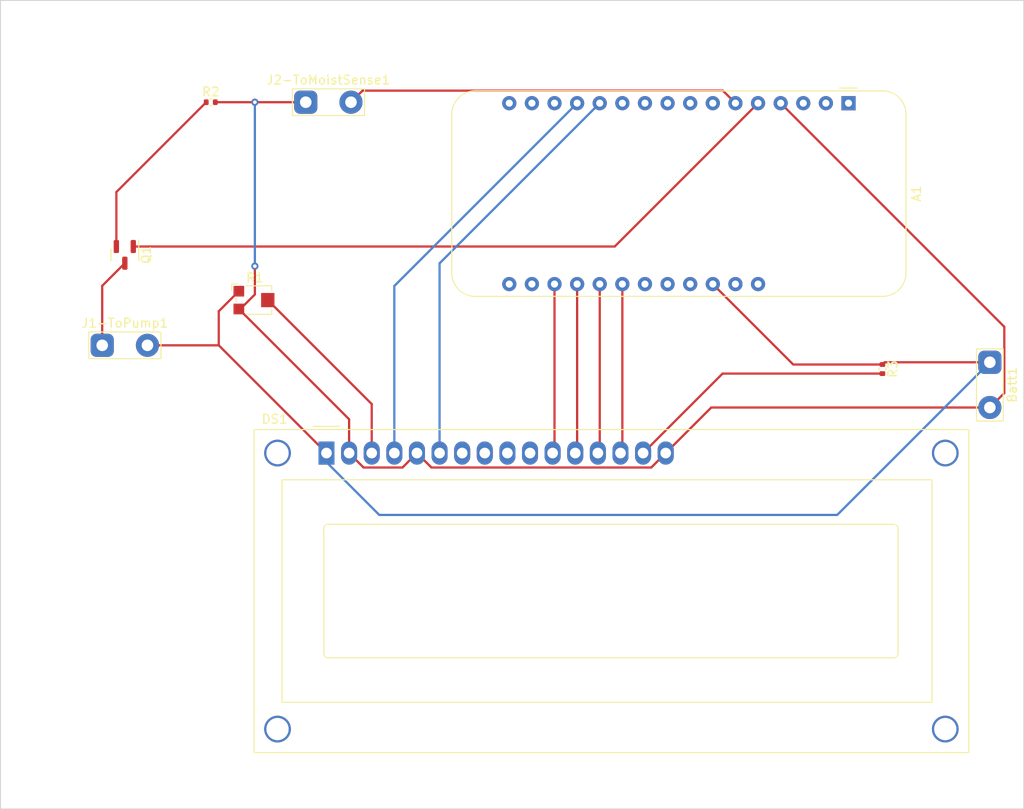
<source format=kicad_pcb>
(kicad_pcb (version 20211014) (generator pcbnew)
  (layers (0 "F.Cu" signal) (31 "B.Cu" signal) (34 "B.Paste" user) (35 "F.Paste" user) (36 "B.SilkS" user "B.Silkscreen") (37 "F.SilkS" user "F.Silkscreen") (38 "B.Mask" user) (39 "F.Mask" user) (44 "Edge.Cuts" user))
  (net 0 "")
  (net 4 "GND")
  (net 5 "Net-(A1-Pad6)")
  (net 14 "Net-(A1-Pad5)")
  (net 15 "Net-(A1-Pad19)")
  (net 16 "Net-(A1-Pad20)")
  (net 17 "Net-(A1-Pad21)")
  (net 23 "Net-(DS1-Pad3)")
  (net 28 "Net-(DS1-Pad15)")
  (net 29 "Net-(J1-ToPump1-Pad1)")
  (net 30 "Net-(Q1-Pad2)")
  (net 31 "Net-(A1-Pad12)")
  (net 32 "Net-(A1-Pad13)")
  (net 35 "Net-(A1-Pad22)")
  (net 36 "Net-(A1-Pad26)")
  (footprint "TestPoint:TestPoint_2Pads_Pitch5.08mm_Drill1.3mm" (layer "F.Cu") (at 153.67 61.595)
    (fp_text reference "J2-ToMoistSense1" (at 2.54 -2.5) (layer "F.SilkS"))
    (fp_text value "Conn_01x02_Female")
    (fp_line (start -1.5 -1.5) (end -1.5 1.5) (layer "F.SilkS") (width 0.12))
    (fp_line (start 6.6 1.5) (end 6.6 -1.5) (layer "F.SilkS") (width 0.12))
    (fp_line (start -1.5 -1.5) (end 6.6 -1.5) (layer "F.SilkS") (width 0.12))
    (fp_line (start 6.6 1.5) (end -1.5 1.5) (layer "F.SilkS") (width 0.12))
    (pad "1" thru_hole roundrect (at 0 0) (size 2.6 2.6) (drill 1.3) (layers *.Cu *.Mask) (net 4 "GND"))
    (pad "2" thru_hole circle (at 5.08 0) (size 2.6 2.6) (drill 1.3) (layers *.Cu *.Mask) (net 5 "Net-(A1-Pad6)"))
  )
  (footprint "TestPoint:TestPoint_2Pads_Pitch5.08mm_Drill1.3mm" (layer "F.Cu") (at 230.505 90.805 -90)
    (fp_text reference "Batt1" (at 2.54 -2.5 90) (layer "F.SilkS"))
    (fp_text value "4.5 V Battery")
    (fp_line (start 6.6 1.5) (end -1.5 1.5) (layer "F.SilkS") (width 0.12))
    (fp_line (start -1.5 -1.5) (end -1.5 1.5) (layer "F.SilkS") (width 0.12))
    (fp_line (start -1.5 -1.5) (end 6.6 -1.5) (layer "F.SilkS") (width 0.12))
    (fp_line (start 6.6 1.5) (end 6.6 -1.5) (layer "F.SilkS") (width 0.12))
    (pad "1" thru_hole roundrect (at 0 0 270) (size 2.6 2.6) (drill 1.3) (layers *.Cu *.Mask) (net 36 "Net-(A1-Pad26)"))
    (pad "2" thru_hole circle (at 5.08 0 270) (size 2.6 2.6) (drill 1.3) (layers *.Cu *.Mask) (net 4 "GND"))
  )
  (footprint "Resistor_SMD:R_0402_1005Metric" (layer "F.Cu") (at 218.44 91.565 -90)
    (fp_text reference "R3" (at 0 -1.17 90) (layer "F.SilkS"))
    (fp_text value "220 Ohm")
    (fp_line (start -0.153641 0.38) (end 0.153641 0.38) (layer "F.SilkS") (width 0.12))
    (fp_line (start -0.153641 -0.38) (end 0.153641 -0.38) (layer "F.SilkS") (width 0.12))
    (pad "1" smd roundrect (at -0.51 0 270) (size 0.54 0.64) (layers "F.Cu" "F.Paste" "F.Mask") (net 36 "Net-(A1-Pad26)"))
    (pad "2" smd roundrect (at 0.51 0 270) (size 0.54 0.64) (layers "F.Cu" "F.Paste" "F.Mask") (net 28 "Net-(DS1-Pad15)"))
  )
  (footprint "Display:WC1602A" (layer "F.Cu") (at 156 101)
    (fp_text reference "DS1" (at -5.82 -3.81) (layer "F.SilkS"))
    (fp_text value "WC1602A")
    (fp_line (start -5 3) (end 68 3) (layer "F.SilkS") (width 0.12))
    (fp_line (start -0.29972 22.49932) (end -0.29972 8.5) (layer "F.SilkS") (width 0.12))
    (fp_line (start -1.5 -3) (end 1.5 -3) (layer "F.SilkS") (width 0.12))
    (fp_line (start -8.13 -2.64) (end -7.34 -2.64) (layer "F.SilkS") (width 0.12))
    (fp_line (start -8.14 -2.64) (end -8.14 33.64) (layer "F.SilkS") (width 0.12))
    (fp_line (start 0.2 8) (end 63.7 8) (layer "F.SilkS") (width 0.12))
    (fp_line (start 72.14 -2.64) (end -7.34 -2.64) (layer "F.SilkS") (width 0.12))
    (fp_line (start -8.14 33.64) (end 72.14 33.64) (layer "F.SilkS") (width 0.12))
    (fp_line (start 72.14 33.64) (end 72.14 -2.64) (layer "F.SilkS") (width 0.12))
    (fp_line (start 64.2 8.5) (end 64.2 22.5) (layer "F.SilkS") (width 0.12))
    (fp_line (start 68 28) (end -5 28) (layer "F.SilkS") (width 0.12))
    (fp_line (start -5 28) (end -5 3) (layer "F.SilkS") (width 0.12))
    (fp_line (start 63.70066 23) (end 0.2 23) (layer "F.SilkS") (width 0.12))
    (fp_line (start 68 3) (end 68 28) (layer "F.SilkS") (width 0.12))
    (fp_arc (start -0.29972 8.49884) (mid -0.153162 8.145018) (end 0.20066 7.99846) (layer "F.SilkS") (width 0.12))
    (fp_arc (start 63.7 8) (mid 64.053553 8.146447) (end 64.2 8.5) (layer "F.SilkS") (width 0.12))
    (fp_arc (start 64.20104 22.49932) (mid 64.054473 22.853115) (end 63.70066 22.9997) (layer "F.SilkS") (width 0.12))
    (fp_arc (start 0.20066 22.9997) (mid -0.153162 22.853142) (end -0.29972 22.49932) (layer "F.SilkS") (width 0.12))
    (pad "" thru_hole circle (at 69.5 0) (size 3 3) (drill 2.5) (layers *.Cu *.Mask))
    (pad "" thru_hole circle (at -5.4991 0) (size 3 3) (drill 2.5) (layers *.Cu *.Mask))
    (pad "" thru_hole circle (at -5.4991 31.0007) (size 3 3) (drill 2.5) (layers *.Cu *.Mask))
    (pad "" thru_hole circle (at 69.49948 31.0007) (size 3 3) (drill 2.5) (layers *.Cu *.Mask))
    (pad "1" thru_hole rect (at 0 0) (size 1.8 2.6) (drill 1.2) (layers *.Cu *.Mask) (net 36 "Net-(A1-Pad26)"))
    (pad "2" thru_hole oval (at 2.54 0) (size 1.8 2.6) (drill 1.2) (layers *.Cu *.Mask) (net 4 "GND"))
    (pad "3" thru_hole oval (at 5.08 0) (size 1.8 2.6) (drill 1.2) (layers *.Cu *.Mask) (net 23 "Net-(DS1-Pad3)"))
    (pad "4" thru_hole oval (at 7.62 0) (size 1.8 2.6) (drill 1.2) (layers *.Cu *.Mask) (net 32 "Net-(A1-Pad13)"))
    (pad "5" thru_hole oval (at 10.16 0) (size 1.8 2.6) (drill 1.2) (layers *.Cu *.Mask) (net 4 "GND"))
    (pad "6" thru_hole oval (at 12.7 0) (size 1.8 2.6) (drill 1.2) (layers *.Cu *.Mask) (net 31 "Net-(A1-Pad12)"))
    (pad "7" thru_hole oval (at 15.24 0) (size 1.8 2.6) (drill 1.2) (layers *.Cu *.Mask))
    (pad "8" thru_hole oval (at 17.78 0) (size 1.8 2.6) (drill 1.2) (layers *.Cu *.Mask))
    (pad "9" thru_hole oval (at 20.32 0) (size 1.8 2.6) (drill 1.2) (layers *.Cu *.Mask))
    (pad "10" thru_hole oval (at 22.86 0) (size 1.8 2.6) (drill 1.2) (layers *.Cu *.Mask))
    (pad "11" thru_hole oval (at 25.4 0) (size 1.8 2.6) (drill 1.2) (layers *.Cu *.Mask) (net 15 "Net-(A1-Pad19)"))
    (pad "12" thru_hole oval (at 27.94 0) (size 1.8 2.6) (drill 1.2) (layers *.Cu *.Mask) (net 16 "Net-(A1-Pad20)"))
    (pad "13" thru_hole oval (at 30.48 0) (size 1.8 2.6) (drill 1.2) (layers *.Cu *.Mask) (net 17 "Net-(A1-Pad21)"))
    (pad "14" thru_hole oval (at 33.02 0) (size 1.8 2.6) (drill 1.2) (layers *.Cu *.Mask) (net 35 "Net-(A1-Pad22)"))
    (pad "15" thru_hole oval (at 35.56 0) (size 1.8 2.6) (drill 1.2) (layers *.Cu *.Mask) (net 28 "Net-(DS1-Pad15)"))
    (pad "16" thru_hole oval (at 38.1 0) (size 1.8 2.6) (drill 1.2) (layers *.Cu *.Mask) (net 4 "GND"))
  )
  (footprint "Module:Adafruit_Feather" (layer "F.Cu") (at 214.63 61.7025 -90)
    (fp_text reference "A1" (at 10.16 -7.62 90) (layer "F.SilkS"))
    (fp_text value "Adafruit_Feather_HUZZAH32_ESP32")
    (fp_line (start 19.05 -6.46) (end 1.27 -6.46) (layer "F.SilkS") (width 0.12))
    (fp_line (start 19.05 44.56) (end 1.27 44.56) (layer "F.SilkS") (width 0.12))
    (fp_line (start -1.7 1) (end -1.7 -1) (layer "F.SilkS") (width 0.12))
    (fp_line (start -1.38 -3.81) (end -1.38 41.91) (layer "F.SilkS") (width 0.12))
    (fp_line (start 21.7 -3.81) (end 21.7 41.91) (layer "F.SilkS") (width 0.12))
    (fp_arc (start 19.05 -6.46) (mid 20.923833 -5.683833) (end 21.7 -3.81) (layer "F.SilkS") (width 0.12))
    (fp_arc (start 21.7 41.91) (mid 20.923833 43.783833) (end 19.05 44.56) (layer "F.SilkS") (width 0.12))
    (fp_arc (start 1.27 44.56) (mid -0.603833 43.783833) (end -1.38 41.91) (layer "F.SilkS") (width 0.12))
    (fp_arc (start -1.38 -3.81) (mid -0.603833 -5.683833) (end 1.27 -6.46) (layer "F.SilkS") (width 0.12))
    (pad "1" thru_hole rect (at 0 0 90) (size 1.6 1.6) (drill 0.8) (layers *.Cu *.Mask))
    (pad "2" thru_hole circle (at 0 2.54 90) (size 1.6 1.6) (drill 0.8) (layers *.Cu *.Mask))
    (pad "3" thru_hole circle (at 0 5.08 90) (size 1.6 1.6) (drill 0.8) (layers *.Cu *.Mask))
    (pad "4" thru_hole circle (at 0 7.62 90) (size 1.6 1.6) (drill 0.8) (layers *.Cu *.Mask) (net 4 "GND"))
    (pad "5" thru_hole circle (at 0 10.16 90) (size 1.6 1.6) (drill 0.8) (layers *.Cu *.Mask) (net 14 "Net-(A1-Pad5)"))
    (pad "6" thru_hole circle (at 0 12.7 90) (size 1.6 1.6) (drill 0.8) (layers *.Cu *.Mask) (net 5 "Net-(A1-Pad6)"))
    (pad "7" thru_hole circle (at 0 15.24 90) (size 1.6 1.6) (drill 0.8) (layers *.Cu *.Mask))
    (pad "8" thru_hole circle (at 0 17.78 90) (size 1.6 1.6) (drill 0.8) (layers *.Cu *.Mask))
    (pad "9" thru_hole circle (at 0 20.32 90) (size 1.6 1.6) (drill 0.8) (layers *.Cu *.Mask))
    (pad "10" thru_hole circle (at 0 22.86 90) (size 1.6 1.6) (drill 0.8) (layers *.Cu *.Mask))
    (pad "11" thru_hole circle (at 0 25.4 90) (size 1.6 1.6) (drill 0.8) (layers *.Cu *.Mask))
    (pad "12" thru_hole circle (at 0 27.94 90) (size 1.6 1.6) (drill 0.8) (layers *.Cu *.Mask) (net 31 "Net-(A1-Pad12)"))
    (pad "13" thru_hole circle (at 0 30.48 90) (size 1.6 1.6) (drill 0.8) (layers *.Cu *.Mask) (net 32 "Net-(A1-Pad13)"))
    (pad "14" thru_hole circle (at 0 33.02 90) (size 1.6 1.6) (drill 0.8) (layers *.Cu *.Mask))
    (pad "15" thru_hole circle (at 0 35.56 90) (size 1.6 1.6) (drill 0.8) (layers *.Cu *.Mask))
    (pad "16" thru_hole circle (at 0 38.1 90) (size 1.6 1.6) (drill 0.8) (layers *.Cu *.Mask))
    (pad "17" thru_hole circle (at 20.32 38.1 90) (size 1.6 1.6) (drill 0.8) (layers *.Cu *.Mask))
    (pad "18" thru_hole circle (at 20.32 35.56 90) (size 1.6 1.6) (drill 0.8) (layers *.Cu *.Mask))
    (pad "19" thru_hole circle (at 20.32 33.02 90) (size 1.6 1.6) (drill 0.8) (layers *.Cu *.Mask) (net 15 "Net-(A1-Pad19)"))
    (pad "20" thru_hole circle (at 20.32 30.48 90) (size 1.6 1.6) (drill 0.8) (layers *.Cu *.Mask) (net 16 "Net-(A1-Pad20)"))
    (pad "21" thru_hole circle (at 20.32 27.94 90) (size 1.6 1.6) (drill 0.8) (layers *.Cu *.Mask) (net 17 "Net-(A1-Pad21)"))
    (pad "22" thru_hole circle (at 20.32 25.4 90) (size 1.6 1.6) (drill 0.8) (layers *.Cu *.Mask) (net 35 "Net-(A1-Pad22)"))
    (pad "23" thru_hole circle (at 20.32 22.86 90) (size 1.6 1.6) (drill 0.8) (layers *.Cu *.Mask))
    (pad "24" thru_hole circle (at 20.32 20.32 90) (size 1.6 1.6) (drill 0.8) (layers *.Cu *.Mask))
    (pad "25" thru_hole circle (at 20.32 17.78 90) (size 1.6 1.6) (drill 0.8) (layers *.Cu *.Mask))
    (pad "26" thru_hole circle (at 20.32 15.24 90) (size 1.6 1.6) (drill 0.8) (layers *.Cu *.Mask) (net 36 "Net-(A1-Pad26)"))
    (pad "27" thru_hole circle (at 20.32 12.7 90) (size 1.6 1.6) (drill 0.8) (layers *.Cu *.Mask))
    (pad "28" thru_hole circle (at 20.32 10.16 90) (size 1.6 1.6) (drill 0.8) (layers *.Cu *.Mask))
  )
  (footprint "Resistor_SMD:R_0402_1005Metric" (layer "F.Cu") (at 143 61.595)
    (fp_text reference "R2" (at 0 -1.17) (layer "F.SilkS"))
    (fp_text value "15 Ohm")
    (fp_line (start -0.153641 -0.38) (end 0.153641 -0.38) (layer "F.SilkS") (width 0.12))
    (fp_line (start -0.153641 0.38) (end 0.153641 0.38) (layer "F.SilkS") (width 0.12))
    (pad "1" smd roundrect (at -0.51 0) (size 0.54 0.64) (layers "F.Cu" "F.Paste" "F.Mask") (net 30 "Net-(Q1-Pad2)"))
    (pad "2" smd roundrect (at 0.51 0) (size 0.54 0.64) (layers "F.Cu" "F.Paste" "F.Mask") (net 4 "GND"))
  )
  (footprint "TestPoint:TestPoint_2Pads_Pitch5.08mm_Drill1.3mm" (layer "F.Cu") (at 130.81 88.9)
    (fp_text reference "J1-ToPump1" (at 2.54 -2.5) (layer "F.SilkS"))
    (fp_text value "Conn_01x02_Female")
    (fp_line (start -1.5 -1.5) (end -1.5 1.5) (layer "F.SilkS") (width 0.12))
    (fp_line (start 6.6 1.5) (end 6.6 -1.5) (layer "F.SilkS") (width 0.12))
    (fp_line (start -1.5 -1.5) (end 6.6 -1.5) (layer "F.SilkS") (width 0.12))
    (fp_line (start 6.6 1.5) (end -1.5 1.5) (layer "F.SilkS") (width 0.12))
    (pad "1" thru_hole roundrect (at 0 0) (size 2.6 2.6) (drill 1.3) (layers *.Cu *.Mask) (net 29 "Net-(J1-ToPump1-Pad1)"))
    (pad "2" thru_hole circle (at 5.08 0) (size 2.6 2.6) (drill 1.3) (layers *.Cu *.Mask) (net 36 "Net-(A1-Pad26)"))
  )
  (footprint "Package_TO_SOT_SMD:SOT-23" (layer "F.Cu") (at 133.35 78.74 -90)
    (fp_text reference "Q1" (at 0 -2.4 -270) (layer "F.SilkS"))
    (fp_text value "2N7002")
    (fp_line (start 0 1.56) (end -0.65 1.56) (layer "F.SilkS") (width 0.12))
    (fp_line (start 0 1.56) (end 0.65 1.56) (layer "F.SilkS") (width 0.12))
    (fp_line (start 0 -1.56) (end 0.65 -1.56) (layer "F.SilkS") (width 0.12))
    (fp_line (start 0 -1.56) (end -1.675 -1.56) (layer "F.SilkS") (width 0.12))
    (pad "1" smd roundrect (at -0.9375 -0.95 270) (size 1.475 0.6) (layers "F.Cu" "F.Paste" "F.Mask") (net 14 "Net-(A1-Pad5)"))
    (pad "2" smd roundrect (at -0.9375 0.95 270) (size 1.475 0.6) (layers "F.Cu" "F.Paste" "F.Mask") (net 30 "Net-(Q1-Pad2)"))
    (pad "3" smd roundrect (at 0.9375 0 270) (size 1.475 0.6) (layers "F.Cu" "F.Paste" "F.Mask") (net 29 "Net-(J1-ToPump1-Pad1)"))
  )
  (footprint "Potentiometer_SMD:Potentiometer_Bourns_TC33X_Vertical" (layer "F.Cu") (at 147.955 83.82)
    (fp_text reference "R1" (at 0 -2.5) (layer "F.SilkS"))
    (fp_text value "10K Potentiometer")
    (fp_line (start -1 -1.6) (end 1.9 -1.6) (layer "F.SilkS") (width 0.12))
    (fp_line (start -2.1 -0.2) (end -2.1 0.2) (layer "F.SilkS") (width 0.12))
    (fp_line (start 1.9 -1.6) (end 1.9 -1) (layer "F.SilkS") (width 0.12))
    (fp_line (start -2.6 -1.8) (end -2.6 -1.1) (layer "F.SilkS") (width 0.12))
    (fp_line (start -1.9 -1.8) (end -2.6 -1.8) (layer "F.SilkS") (width 0.12))
    (fp_line (start -1 1.6) (end 1.9 1.6) (layer "F.SilkS") (width 0.12))
    (fp_line (start 1.9 1.6) (end 1.9 1) (layer "F.SilkS") (width 0.12))
    (pad "1" smd rect (at -1.8 -1) (size 1.2 1.2) (layers "F.Cu" "F.Paste" "F.Mask") (net 36 "Net-(A1-Pad26)"))
    (pad "2" smd rect (at 1.45 0) (size 1.5 1.6) (layers "F.Cu" "F.Paste" "F.Mask") (net 23 "Net-(DS1-Pad3)"))
    (pad "3" smd rect (at -1.8 1) (size 1.2 1.2) (layers "F.Cu" "F.Paste" "F.Mask") (net 4 "GND"))
  )
  (gr_rect (start 119.38 140.97) (end 234.315 50.165) (layer "Edge.Cuts") (width 0.1) (fill none))
  (segment (start 160.16452 102.62452) (end 158.54 101) (width 0.25) (layer "F.Cu") (net 4))
  (segment (start 147.955 83.185) (end 147.955 80.01) (width 0.25) (layer "F.Cu") (net 4))
  (segment (start 146.155 84.82) (end 158.54 97.205) (width 0.25) (layer "F.Cu") (net 4))
  (segment (start 194.1 101) (end 192.47548 102.62452) (width 0.25) (layer "F.Cu") (net 4))
  (segment (start 192.47548 102.62452) (end 167.78452 102.62452) (width 0.25) (layer "F.Cu") (net 4))
  (segment (start 158.54 97.205) (end 158.54 101) (width 0.25) (layer "F.Cu") (net 4))
  (segment (start 147.955 61.595) (end 153.67 61.595) (width 0.25) (layer "F.Cu") (net 4))
  (segment (start 143.51 61.595) (end 147.955 61.595) (width 0.25) (layer "F.Cu") (net 4))
  (segment (start 146.155 84.82) (end 146.32 84.82) (width 0.25) (layer "F.Cu") (net 4))
  (segment (start 232.12952 86.82202) (end 207.01 61.7025) (width 0.25) (layer "F.Cu") (net 4))
  (segment (start 167.78452 102.62452) (end 166.16 101) (width 0.25) (layer "F.Cu") (net 4))
  (segment (start 146.32 84.82) (end 147.955 83.185) (width 0.25) (layer "F.Cu") (net 4))
  (segment (start 164.53548 102.62452) (end 160.16452 102.62452) (width 0.25) (layer "F.Cu") (net 4))
  (segment (start 166.16 101) (end 164.53548 102.62452) (width 0.25) (layer "F.Cu") (net 4))
  (segment (start 199.215 95.885) (end 194.1 101) (width 0.25) (layer "F.Cu") (net 4))
  (segment (start 230.505 95.885) (end 232.12952 94.26048) (width 0.25) (layer "F.Cu") (net 4))
  (segment (start 230.505 95.885) (end 199.215 95.885) (width 0.25) (layer "F.Cu") (net 4))
  (segment (start 232.12952 94.26048) (end 232.12952 86.82202) (width 0.25) (layer "F.Cu") (net 4))
  (via (at 147.955 80.01) (size 0.8) (drill 0.4) (layers "F.Cu" "B.Cu") (net 4))
  (via (at 147.955 61.595) (size 0.8) (drill 0.4) (layers "F.Cu" "B.Cu") (net 4))
  (segment (start 147.955 80.01) (end 147.955 61.595) (width 0.25) (layer "B.Cu") (net 4))
  (segment (start 160.05 60.295) (end 200.5225 60.295) (width 0.25) (layer "F.Cu") (net 5))
  (segment (start 158.75 61.595) (end 160.05 60.295) (width 0.25) (layer "F.Cu") (net 5))
  (segment (start 200.5225 60.295) (end 201.93 61.7025) (width 0.25) (layer "F.Cu") (net 5))
  (segment (start 188.37 77.8025) (end 134.3 77.8025) (width 0.25) (layer "F.Cu") (net 14))
  (segment (start 204.47 61.7025) (end 188.37 77.8025) (width 0.25) (layer "F.Cu") (net 14))
  (segment (start 181.61 82.0225) (end 181.61 100.79) (width 0.25) (layer "F.Cu") (net 15))
  (segment (start 181.61 100.79) (end 181.4 101) (width 0.25) (layer "F.Cu") (net 15))
  (segment (start 184.15 82.0225) (end 184.15 100.79) (width 0.25) (layer "F.Cu") (net 16))
  (segment (start 184.15 100.79) (end 183.94 101) (width 0.25) (layer "F.Cu") (net 16))
  (segment (start 186.69 82.0225) (end 186.69 100.79) (width 0.25) (layer "F.Cu") (net 17))
  (segment (start 186.69 100.79) (end 186.48 101) (width 0.25) (layer "F.Cu") (net 17))
  (segment (start 161.08 95.495) (end 161.08 101) (width 0.25) (layer "F.Cu") (net 23))
  (segment (start 149.405 83.82) (end 161.08 95.495) (width 0.25) (layer "F.Cu") (net 23))
  (segment (start 218.44 92.075) (end 200.485 92.075) (width 0.25) (layer "F.Cu") (net 28))
  (segment (start 200.485 92.075) (end 191.56 101) (width 0.25) (layer "F.Cu") (net 28))
  (segment (start 130.81 82.2175) (end 133.35 79.6775) (width 0.25) (layer "F.Cu") (net 29))
  (segment (start 130.81 88.9) (end 130.81 82.2175) (width 0.25) (layer "F.Cu") (net 29))
  (segment (start 132.4 77.8025) (end 132.4 71.685) (width 0.25) (layer "F.Cu") (net 30))
  (segment (start 132.4 71.685) (end 142.49 61.595) (width 0.25) (layer "F.Cu") (net 30))
  (segment (start 168.7 79.6925) (end 186.69 61.7025) (width 0.25) (layer "B.Cu") (net 31))
  (segment (start 168.7 101) (end 168.7 79.6925) (width 0.25) (layer "B.Cu") (net 31))
  (segment (start 163.62 82.2325) (end 163.62 101) (width 0.25) (layer "B.Cu") (net 32))
  (segment (start 184.15 61.7025) (end 163.62 82.2325) (width 0.25) (layer "B.Cu") (net 32))
  (segment (start 189.23 100.79) (end 189.02 101) (width 0.25) (layer "F.Cu") (net 35))
  (segment (start 189.23 82.0225) (end 189.23 100.79) (width 0.25) (layer "F.Cu") (net 35))
  (segment (start 218.69 90.805) (end 218.44 91.055) (width 0.25) (layer "F.Cu") (net 36))
  (segment (start 218.44 91.055) (end 208.4225 91.055) (width 0.25) (layer "F.Cu") (net 36))
  (segment (start 230.505 90.805) (end 218.69 90.805) (width 0.25) (layer "F.Cu") (net 36))
  (segment (start 156 101) (end 143.9 88.9) (width 0.25) (layer "F.Cu") (net 36))
  (segment (start 143.9 88.9) (end 135.89 88.9) (width 0.25) (layer "F.Cu") (net 36))
  (segment (start 143.9 85.075) (end 143.9 88.9) (width 0.25) (layer "F.Cu") (net 36))
  (segment (start 146.155 82.82) (end 143.9 85.075) (width 0.25) (layer "F.Cu") (net 36))
  (segment (start 208.4225 91.055) (end 199.39 82.0225) (width 0.25) (layer "F.Cu") (net 36))
  (segment (start 230.505 90.805) (end 213.36 107.95) (width 0.25) (layer "B.Cu") (net 36))
  (segment (start 161.925 107.95) (end 156 102.025) (width 0.25) (layer "B.Cu") (net 36))
  (segment (start 213.36 107.95) (end 161.925 107.95) (width 0.25) (layer "B.Cu") (net 36))
  (segment (start 156 102.025) (end 156 101) (width 0.25) (layer "B.Cu") (net 36))
)
</source>
